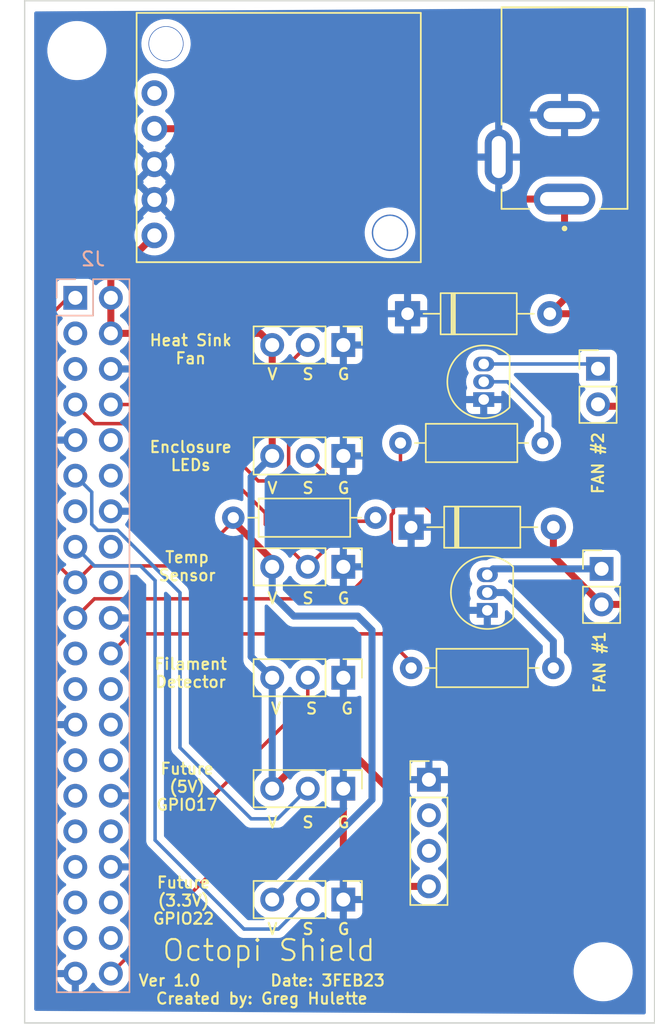
<source format=kicad_pcb>
(kicad_pcb (version 20211014) (generator pcbnew)
  (layers (0 "F.Cu" signal) (31 "B.Cu" signal) (34 "B.Paste" user) (35 "F.Paste" user) (36 "B.SilkS" user "B.Silkscreen") (37 "F.SilkS" user "F.Silkscreen") (38 "B.Mask" user) (39 "F.Mask" user) (44 "Edge.Cuts" user))
  (net 0 "")
  (net 1 "12V")
  (net 2 "3.3V")
  (net 3 "GND")
  (net 26 "Sensor_Data")
  (net 27 "5V")
  (net 28 "Filament_Detector")
  (net 29 "LED_Data")
  (net 30 "GPIO_17")
  (net 31 "GPIO_22")
  (net 32 "Net-(Q1-Pad2)")
  (net 33 "Fan_Control")
  (net 35 "Heat_Sink")
  (net 36 "Net-(Q2-Pad2)")
  (net 37 "Net-(J8-Pad1)")
  (net 38 "Net-(J10-Pad1)")
  (footprint "Package_TO_SOT_THT:TO-92_Inline" (layer "F.Cu") (at 155.046 75.536 90)
    (fp_text reference "Q1" hide)
    (fp_text value "S8050")
    (fp_line (start -0.53 1.85) (end 3.07 1.85) (layer "F.SilkS") (width 0.12))
    (fp_arc (start -0.568478 1.838478) (mid -1.132087 -0.994977) (end 1.27 -2.6) (layer "F.SilkS") (width 0.12))
    (fp_arc (start 1.27 -2.6) (mid 3.672087 -0.994977) (end 3.108478 1.838478) (layer "F.SilkS") (width 0.12))
    (pad "1" thru_hole rect locked (at 0 0 90) (size 1.05 1.5) (drill 0.75) (layers *.Cu *.Mask) (net 3 "GND"))
    (pad "2" thru_hole oval locked (at 1.27 0 90) (size 1.05 1.5) (drill 0.75) (layers *.Cu *.Mask) (net 32 "Net-(Q1-Pad2)"))
    (pad "3" thru_hole oval locked (at 2.54 0 90) (size 1.05 1.5) (drill 0.75) (layers *.Cu *.Mask) (net 37 "Net-(J8-Pad1)"))
  )
  (footprint "Pololu:VoltageREG_2851" (layer "F.Cu") (at 140.148 41.772)
    (fp_text reference "U1" hide)
    (fp_text value "D24V550F5_Step_Down_Regulator" hide)
    (fp_line (start -10.15 8.9) (end -10.15 -8.9) (layer "F.SilkS") (width 0.127))
    (fp_line (start 10.15 8.9) (end -10.15 8.9) (layer "F.SilkS") (width 0.127))
    (fp_line (start 10.15 -8.9) (end 10.15 8.9) (layer "F.SilkS") (width 0.127))
    (fp_line (start -10.15 -8.9) (end 10.15 -8.9) (layer "F.SilkS") (width 0.127))
    (pad "0" thru_hole circle (at -8.88 -3.17) (size 1.836 1.836) (drill 1.02) (layers *.Cu *.Mask))
    (pad "1" thru_hole circle (at -8.88 -0.63) (size 1.836 1.836) (drill 1.02) (layers *.Cu *.Mask) (net 1 "12V"))
    (pad "2" thru_hole circle (at -8.88 1.91) (size 1.836 1.836) (drill 1.02) (layers *.Cu *.Mask) (net 3 "GND"))
    (pad "4" thru_hole circle (at -8.88 4.45) (size 1.836 1.836) (drill 1.02) (layers *.Cu *.Mask) (net 3 "GND"))
    (pad "5" thru_hole circle (at -8.88 6.99) (size 1.836 1.836) (drill 1.02) (layers *.Cu *.Mask) (net 27 "5V"))
    (pad "P1" thru_hole circle (at -8.05 -6.7) (size 2.5 2.5) (drill 2.4) (layers *.Cu *.Mask))
    (pad "P2" thru_hole circle (at 7.95 6.8) (size 2.6 2.6) (drill 2.4) (layers *.Cu *.Mask))
  )
  (footprint "Package_TO_SOT_THT:TO-92_Inline" (layer "F.Cu") (at 154.792 60.484 90)
    (fp_text reference "Q2" hide)
    (fp_text value "S8050")
    (fp_line (start -0.53 1.85) (end 3.07 1.85) (layer "F.SilkS") (width 0.12))
    (fp_arc (start 1.27 -2.6) (mid 3.672087 -0.994977) (end 3.108478 1.838478) (layer "F.SilkS") (width 0.12))
    (fp_arc (start -0.568478 1.838478) (mid -1.132087 -0.994977) (end 1.27 -2.6) (layer "F.SilkS") (width 0.12))
    (pad "1" thru_hole rect locked (at 0 0 90) (size 1.05 1.5) (drill 0.75) (layers *.Cu *.Mask) (net 3 "GND"))
    (pad "2" thru_hole oval locked (at 1.27 0 90) (size 1.05 1.5) (drill 0.75) (layers *.Cu *.Mask) (net 36 "Net-(Q2-Pad2)"))
    (pad "3" thru_hole oval locked (at 2.54 0 90) (size 1.05 1.5) (drill 0.75) (layers *.Cu *.Mask) (net 38 "Net-(J10-Pad1)"))
  )
  (footprint "Connector_PinHeader_2.54mm:PinHeader_1x03_P2.54mm_Vertical" (layer "F.Cu") (at 144.763 80.3492 -90)
    (fp_text reference "J4" hide)
    (fp_text value "Filament Detector")
    (fp_line (start -1.33 0) (end -1.33 -1.33) (layer "F.SilkS") (width 0.12))
    (fp_line (start 1.33 1.27) (end 1.33 6.41) (layer "F.SilkS") (width 0.12))
    (fp_line (start -1.33 1.27) (end -1.33 6.41) (layer "F.SilkS") (width 0.12))
    (fp_line (start -1.33 1.27) (end 1.33 1.27) (layer "F.SilkS") (width 0.12))
    (fp_line (start -1.33 6.41) (end 1.33 6.41) (layer "F.SilkS") (width 0.12))
    (fp_line (start -1.33 -1.33) (end 0 -1.33) (layer "F.SilkS") (width 0.12))
    (pad "1" thru_hole rect locked (at 0 0 270) (size 1.7 1.7) (drill 1) (layers *.Cu *.Mask) (net 3 "GND"))
    (pad "2" thru_hole oval locked (at 0 2.54 270) (size 1.7 1.7) (drill 1) (layers *.Cu *.Mask) (net 28 "Filament_Detector"))
    (pad "3" thru_hole oval locked (at 0 5.08 270) (size 1.7 1.7) (drill 1) (layers *.Cu *.Mask) (net 27 "5V"))
  )
  (footprint "Connector_PinHeader_2.54mm:PinHeader_1x03_P2.54mm_Vertical" (layer "F.Cu") (at 144.763 72.4288 -90)
    (fp_text reference "J3" hide)
    (fp_text value "Temp Sensor")
    (fp_line (start 1.33 1.27) (end 1.33 6.41) (layer "F.SilkS") (width 0.12))
    (fp_line (start -1.33 1.27) (end 1.33 1.27) (layer "F.SilkS") (width 0.12))
    (fp_line (start -1.33 6.41) (end 1.33 6.41) (layer "F.SilkS") (width 0.12))
    (fp_line (start -1.33 -1.33) (end 0 -1.33) (layer "F.SilkS") (width 0.12))
    (fp_line (start -1.33 0) (end -1.33 -1.33) (layer "F.SilkS") (width 0.12))
    (fp_line (start -1.33 1.27) (end -1.33 6.41) (layer "F.SilkS") (width 0.12))
    (pad "1" thru_hole rect locked (at 0 0 270) (size 1.7 1.7) (drill 1) (layers *.Cu *.Mask) (net 3 "GND"))
    (pad "2" thru_hole oval locked (at 0 2.54 270) (size 1.7 1.7) (drill 1) (layers *.Cu *.Mask) (net 26 "Sensor_Data"))
    (pad "3" thru_hole oval locked (at 0 5.08 270) (size 1.7 1.7) (drill 1) (layers *.Cu *.Mask) (net 2 "3.3V"))
  )
  (footprint "Resistor_THT:R_Axial_DIN0207_L6.3mm_D2.5mm_P10.16mm_Horizontal" (layer "F.Cu") (at 147.064 68.92 180)
    (fp_text reference "R1" hide)
    (fp_text value "4.7K")
    (fp_line (start 8.35 -1.37) (end 1.81 -1.37) (layer "F.SilkS") (width 0.12))
    (fp_line (start 1.81 -1.37) (end 1.81 1.37) (layer "F.SilkS") (width 0.12))
    (fp_line (start 1.04 0) (end 1.81 0) (layer "F.SilkS") (width 0.12))
    (fp_line (start 9.12 0) (end 8.35 0) (layer "F.SilkS") (width 0.12))
    (fp_line (start 1.81 1.37) (end 8.35 1.37) (layer "F.SilkS") (width 0.12))
    (fp_line (start 8.35 1.37) (end 8.35 -1.37) (layer "F.SilkS") (width 0.12))
    (pad "1" thru_hole circle locked (at 0 0 180) (size 1.6 1.6) (drill 0.8) (layers *.Cu *.Mask) (net 26 "Sensor_Data"))
    (pad "2" thru_hole oval locked (at 10.16 0 180) (size 1.6 1.6) (drill 0.8) (layers *.Cu *.Mask) (net 2 "3.3V"))
  )
  (footprint "Connector_PinHeader_2.54mm:PinHeader_1x03_P2.54mm_Vertical" (layer "F.Cu") (at 144.763 88.2696 -90)
    (fp_text reference "J6" hide)
    (fp_text value "Future_5V")
    (fp_line (start -1.33 6.41) (end 1.33 6.41) (layer "F.SilkS") (width 0.12))
    (fp_line (start -1.33 1.27) (end 1.33 1.27) (layer "F.SilkS") (width 0.12))
    (fp_line (start 1.33 1.27) (end 1.33 6.41) (layer "F.SilkS") (width 0.12))
    (fp_line (start -1.33 1.27) (end -1.33 6.41) (layer "F.SilkS") (width 0.12))
    (fp_line (start -1.33 -1.33) (end 0 -1.33) (layer "F.SilkS") (width 0.12))
    (fp_line (start -1.33 0) (end -1.33 -1.33) (layer "F.SilkS") (width 0.12))
    (pad "1" thru_hole rect locked (at 0 0 270) (size 1.7 1.7) (drill 1) (layers *.Cu *.Mask) (net 3 "GND"))
    (pad "2" thru_hole oval locked (at 0 2.54 270) (size 1.7 1.7) (drill 1) (layers *.Cu *.Mask) (net 30 "GPIO_17"))
    (pad "3" thru_hole oval locked (at 0 5.08 270) (size 1.7 1.7) (drill 1) (layers *.Cu *.Mask) (net 27 "5V"))
  )
  (footprint "MountingHole:MountingHole_3.2mm_M3" (layer "F.Cu") (at 125.73 35.56)
    (fp_text reference "REF**" hide)
    (fp_text value "MountingHole_3.2mm_M3" hide)
    (pad "" np_thru_hole circle locked (at 0 0) (size 3.2 3.2) (drill 3.2) (layers *.Cu *.Mask))
  )
  (footprint "Diode_THT:D_A-405_P10.16mm_Horizontal" (layer "F.Cu") (at 149.352 54.356)
    (fp_text reference "D2" hide)
    (fp_text value "DIODE")
    (fp_line (start 3.14 -1.47) (end 3.14 1.47) (layer "F.SilkS") (width 0.12))
    (fp_line (start 1.14 0) (end 2.36 0) (layer "F.SilkS") (width 0.12))
    (fp_line (start 9.02 0) (end 7.8 0) (layer "F.SilkS") (width 0.12))
    (fp_line (start 3.38 -1.47) (end 3.38 1.47) (layer "F.SilkS") (width 0.12))
    (fp_line (start 2.36 1.47) (end 7.8 1.47) (layer "F.SilkS") (width 0.12))
    (fp_line (start 7.8 1.47) (end 7.8 -1.47) (layer "F.SilkS") (width 0.12))
    (fp_line (start 7.8 -1.47) (end 2.36 -1.47) (layer "F.SilkS") (width 0.12))
    (fp_line (start 3.26 -1.47) (end 3.26 1.47) (layer "F.SilkS") (width 0.12))
    (fp_line (start 2.36 -1.47) (end 2.36 1.47) (layer "F.SilkS") (width 0.12))
    (pad "1" thru_hole rect locked (at 0 0) (size 1.8 1.8) (drill 0.9) (layers *.Cu *.Mask) (net 3 "GND"))
    (pad "2" thru_hole oval locked (at 10.16 0) (size 1.8 1.8) (drill 0.9) (layers *.Cu *.Mask) (net 1 "12V"))
  )
  (footprint "Diode_THT:D_A-405_P10.16mm_Horizontal" (layer "F.Cu") (at 149.606 69.596)
    (fp_text reference "D1" hide)
    (fp_text value "DIODE" hide)
    (fp_line (start 3.26 -1.47) (end 3.26 1.47) (layer "F.SilkS") (width 0.12))
    (fp_line (start 2.36 -1.47) (end 2.36 1.47) (layer "F.SilkS") (width 0.12))
    (fp_line (start 7.8 -1.47) (end 2.36 -1.47) (layer "F.SilkS") (width 0.12))
    (fp_line (start 9.02 0) (end 7.8 0) (layer "F.SilkS") (width 0.12))
    (fp_line (start 2.36 1.47) (end 7.8 1.47) (layer "F.SilkS") (width 0.12))
    (fp_line (start 7.8 1.47) (end 7.8 -1.47) (layer "F.SilkS") (width 0.12))
    (fp_line (start 3.14 -1.47) (end 3.14 1.47) (layer "F.SilkS") (width 0.12))
    (fp_line (start 1.14 0) (end 2.36 0) (layer "F.SilkS") (width 0.12))
    (fp_line (start 3.38 -1.47) (end 3.38 1.47) (layer "F.SilkS") (width 0.12))
    (pad "1" thru_hole rect locked (at 0 0) (size 1.8 1.8) (drill 0.9) (layers *.Cu *.Mask) (net 3 "GND"))
    (pad "2" thru_hole oval locked (at 10.16 0) (size 1.8 1.8) (drill 0.9) (layers *.Cu *.Mask) (net 1 "12V"))
  )
  (footprint "MountingHole:MountingHole_3.2mm_M3" (layer "F.Cu") (at 163.322 101.346)
    (fp_text reference "REF**" hide)
    (fp_text value "MountingHole_3.2mm_M3" hide)
    (pad "" np_thru_hole circle locked (at 0 0) (size 3.2 3.2) (drill 3.2) (layers *.Cu *.Mask))
  )
  (footprint "Connector_PinHeader_2.54mm:PinHeader_1x03_P2.54mm_Vertical" (layer "F.Cu") (at 144.763 64.5084 -90)
    (fp_text reference "J5" hide)
    (fp_text value "Lights")
    (fp_line (start -1.33 -1.33) (end 0 -1.33) (layer "F.SilkS") (width 0.12))
    (fp_line (start -1.33 1.27) (end -1.33 6.41) (layer "F.SilkS") (width 0.12))
    (fp_line (start 1.33 1.27) (end 1.33 6.41) (layer "F.SilkS") (width 0.12))
    (fp_line (start -1.33 1.27) (end 1.33 1.27) (layer "F.SilkS") (width 0.12))
    (fp_line (start -1.33 0) (end -1.33 -1.33) (layer "F.SilkS") (width 0.12))
    (fp_line (start -1.33 6.41) (end 1.33 6.41) (layer "F.SilkS") (width 0.12))
    (pad "1" thru_hole rect locked (at 0 0 270) (size 1.7 1.7) (drill 1) (layers *.Cu *.Mask) (net 3 "GND"))
    (pad "2" thru_hole oval locked (at 0 2.54 270) (size 1.7 1.7) (drill 1) (layers *.Cu *.Mask) (net 29 "LED_Data"))
    (pad "3" thru_hole oval locked (at 0 5.08 270) (size 1.7 1.7) (drill 1) (layers *.Cu *.Mask) (net 27 "5V"))
  )
  (footprint "Custom:XKB_DC-005-5A-2.0" (layer "F.Cu") (at 160.564 40.166 -90)
    (fp_text reference "J1" hide)
    (fp_text value "DC-005-5A-2.0")
    (fp_line (start 0.68 4.5) (end -7.7 4.5) (layer "F.SilkS") (width 0.127))
    (fp_line (start -7.7 -4.5) (end 6.7 -4.5) (layer "F.SilkS") (width 0.127))
    (fp_line (start -7.7 4.5) (end -7.7 -4.5) (layer "F.SilkS") (width 0.127))
    (fp_line (start 6.7 4.5) (end 5.32 4.5) (layer "F.SilkS") (width 0.127))
    (fp_line (start 6.7 -4.5) (end 6.7 -2.52) (layer "F.SilkS") (width 0.127))
    (fp_line (start 6.7 4.5) (end 6.7 2.52) (layer "F.SilkS") (width 0.127))
    (fp_circle (center 8.1 0) (end 8.2 0) (layer "F.SilkS") (width 0.2) (fill none))
    (pad "1" thru_hole oval (at 6 0 270) (size 2.2 4.4) (drill oval 1 3.5) (layers *.Cu *.Mask) (net 1 "12V"))
    (pad "2" thru_hole oval (at 0 0 270) (size 2 4) (drill oval 1 3) (layers *.Cu *.Mask) (net 3 "GND"))
    (pad "3" thru_hole oval (at 3 4.7 270) (size 4 2) (drill oval 3 1) (layers *.Cu *.Mask) (net 3 "GND"))
  )
  (footprint "Resistor_THT:R_Axial_DIN0207_L6.3mm_D2.5mm_P10.16mm_Horizontal" (layer "F.Cu") (at 148.844 63.586)
    (fp_text reference "R3" hide)
    (fp_text value "4.7K")
    (fp_line (start 1.81 -1.37) (end 1.81 1.37) (layer "F.SilkS") (width 0.12))
    (fp_line (start 8.35 -1.37) (end 1.81 -1.37) (layer "F.SilkS") (width 0.12))
    (fp_line (start 9.12 0) (end 8.35 0) (layer "F.SilkS") (width 0.12))
    (fp_line (start 1.81 1.37) (end 8.35 1.37) (layer "F.SilkS") (width 0.12))
    (fp_line (start 8.35 1.37) (end 8.35 -1.37) (layer "F.SilkS") (width 0.12))
    (fp_line (start 1.04 0) (end 1.81 0) (layer "F.SilkS") (width 0.12))
    (pad "1" thru_hole circle locked (at 0 0) (size 1.6 1.6) (drill 0.8) (layers *.Cu *.Mask) (net 33 "Fan_Control"))
    (pad "2" thru_hole oval locked (at 10.16 0) (size 1.6 1.6) (drill 0.8) (layers *.Cu *.Mask) (net 36 "Net-(Q2-Pad2)"))
  )
  (footprint "Connector_PinHeader_2.54mm:PinHeader_1x04_P2.54mm_Vertical" (layer "F.Cu") (at 150.876 87.63)
    (fp_text reference "J11" hide)
    (fp_text value "USB Header 1")
    (fp_line (start -1.33 8.95) (end 1.33 8.95) (layer "F.SilkS") (width 0.12))
    (fp_line (start -1.33 -1.33) (end 0 -1.33) (layer "F.SilkS") (width 0.12))
    (fp_line (start 1.33 1.27) (end 1.33 8.95) (layer "F.SilkS") (width 0.12))
    (fp_line (start -1.33 1.27) (end -1.33 8.95) (layer "F.SilkS") (width 0.12))
    (fp_line (start -1.33 0) (end -1.33 -1.33) (layer "F.SilkS") (width 0.12))
    (fp_line (start -1.33 1.27) (end 1.33 1.27) (layer "F.SilkS") (width 0.12))
    (pad "1" thru_hole rect locked (at 0 0) (size 1.7 1.7) (drill 1) (layers *.Cu *.Mask) (net 3 "GND"))
    (pad "2" thru_hole oval locked (at 0 2.54) (size 1.7 1.7) (drill 1) (layers *.Cu *.Mask))
    (pad "3" thru_hole oval locked (at 0 5.08) (size 1.7 1.7) (drill 1) (layers *.Cu *.Mask))
    (pad "4" thru_hole oval locked (at 0 7.62) (size 1.7 1.7) (drill 1) (layers *.Cu *.Mask) (net 27 "5V"))
  )
  (footprint "Connector_PinHeader_2.54mm:PinHeader_1x02_P2.54mm_Vertical" (layer "F.Cu") (at 162.956 58.284)
    (fp_text reference "J10" hide)
    (fp_text value "Fan2")
    (fp_line (start -1.33 -1.33) (end 0 -1.33) (layer "F.SilkS") (width 0.12))
    (fp_line (start -1.33 1.27) (end -1.33 3.87) (layer "F.SilkS") (width 0.12))
    (fp_line (start 1.33 1.27) (end 1.33 3.87) (layer "F.SilkS") (width 0.12))
    (fp_line (start -1.33 1.27) (end 1.33 1.27) (layer "F.SilkS") (width 0.12))
    (fp_line (start -1.33 3.87) (end 1.33 3.87) (layer "F.SilkS") (width 0.12))
    (fp_line (start -1.33 0) (end -1.33 -1.33) (layer "F.SilkS") (width 0.12))
    (pad "1" thru_hole rect locked (at 0 0) (size 1.7 1.7) (drill 1) (layers *.Cu *.Mask) (net 38 "Net-(J10-Pad1)"))
    (pad "2" thru_hole oval locked (at 0 2.54) (size 1.7 1.7) (drill 1) (layers *.Cu *.Mask) (net 1 "12V"))
  )
  (footprint "Connector_PinHeader_2.54mm:PinHeader_1x03_P2.54mm_Vertical" (layer "F.Cu") (at 144.763 96.19 -90)
    (fp_text reference "J7" hide)
    (fp_text value "Future_3.3V")
    (fp_line (start -1.33 -1.33) (end 0 -1.33) (layer "F.SilkS") (width 0.12))
    (fp_line (start 1.33 1.27) (end 1.33 6.41) (layer "F.SilkS") (width 0.12))
    (fp_line (start -1.33 6.41) (end 1.33 6.41) (layer "F.SilkS") (width 0.12))
    (fp_line (start -1.33 1.27) (end -1.33 6.41) (layer "F.SilkS") (width 0.12))
    (fp_line (start -1.33 0) (end -1.33 -1.33) (layer "F.SilkS") (width 0.12))
    (fp_line (start -1.33 1.27) (end 1.33 1.27) (layer "F.SilkS") (width 0.12))
    (pad "1" thru_hole rect locked (at 0 0 270) (size 1.7 1.7) (drill 1) (layers *.Cu *.Mask) (net 3 "GND"))
    (pad "2" thru_hole oval locked (at 0 2.54 270) (size 1.7 1.7) (drill 1) (layers *.Cu *.Mask) (net 31 "GPIO_22"))
    (pad "3" thru_hole oval locked (at 0 5.08 270) (size 1.7 1.7) (drill 1) (layers *.Cu *.Mask) (net 2 "3.3V"))
  )
  (footprint "Connector_PinHeader_2.54mm:PinHeader_1x02_P2.54mm_Vertical" (layer "F.Cu") (at 163.21 72.574)
    (fp_text reference "J8" hide)
    (fp_text value "Fan1")
    (fp_line (start -1.33 3.87) (end 1.33 3.87) (layer "F.SilkS") (width 0.12))
    (fp_line (start -1.33 0) (end -1.33 -1.33) (layer "F.SilkS") (width 0.12))
    (fp_line (start -1.33 -1.33) (end 0 -1.33) (layer "F.SilkS") (width 0.12))
    (fp_line (start -1.33 1.27) (end 1.33 1.27) (layer "F.SilkS") (width 0.12))
    (fp_line (start -1.33 1.27) (end -1.33 3.87) (layer "F.SilkS") (width 0.12))
    (fp_line (start 1.33 1.27) (end 1.33 3.87) (layer "F.SilkS") (width 0.12))
    (pad "1" thru_hole rect locked (at 0 0) (size 1.7 1.7) (drill 1) (layers *.Cu *.Mask) (net 37 "Net-(J8-Pad1)"))
    (pad "2" thru_hole oval locked (at 0 2.54) (size 1.7 1.7) (drill 1) (layers *.Cu *.Mask) (net 1 "12V"))
  )
  (footprint "Resistor_THT:R_Axial_DIN0207_L6.3mm_D2.5mm_P10.16mm_Horizontal" (layer "F.Cu") (at 149.606 79.654)
    (fp_text reference "R2" hide)
    (fp_text value "4.7K")
    (fp_line (start 8.35 1.37) (end 8.35 -1.37) (layer "F.SilkS") (width 0.12))
    (fp_line (start 8.35 -1.37) (end 1.81 -1.37) (layer "F.SilkS") (width 0.12))
    (fp_line (start 1.04 0) (end 1.81 0) (layer "F.SilkS") (width 0.12))
    (fp_line (start 9.12 0) (end 8.35 0) (layer "F.SilkS") (width 0.12))
    (fp_line (start 1.81 -1.37) (end 1.81 1.37) (layer "F.SilkS") (width 0.12))
    (fp_line (start 1.81 1.37) (end 8.35 1.37) (layer "F.SilkS") (width 0.12))
    (pad "1" thru_hole circle locked (at 0 0) (size 1.6 1.6) (drill 0.8) (layers *.Cu *.Mask) (net 33 "Fan_Control"))
    (pad "2" thru_hole oval locked (at 10.16 0) (size 1.6 1.6) (drill 0.8) (layers *.Cu *.Mask) (net 32 "Net-(Q1-Pad2)"))
  )
  (footprint "Connector_PinHeader_2.54mm:PinHeader_1x03_P2.54mm_Vertical" (layer "F.Cu") (at 144.763 56.588 -90)
    (fp_text reference "J9" hide)
    (fp_text value "Heat Sink Fan")
    (fp_line (start -1.33 -1.33) (end 0 -1.33) (layer "F.SilkS") (width 0.12))
    (fp_line (start -1.33 6.41) (end 1.33 6.41) (layer "F.SilkS") (width 0.12))
    (fp_line (start -1.33 0) (end -1.33 -1.33) (layer "F.SilkS") (width 0.12))
    (fp_line (start -1.33 1.27) (end -1.33 6.41) (layer "F.SilkS") (width 0.12))
    (fp_line (start 1.33 1.27) (end 1.33 6.41) (layer "F.SilkS") (width 0.12))
    (fp_line (start -1.33 1.27) (end 1.33 1.27) (layer "F.SilkS") (width 0.12))
    (pad "1" thru_hole rect locked (at 0 0 270) (size 1.7 1.7) (drill 1) (layers *.Cu *.Mask) (net 3 "GND"))
    (pad "2" thru_hole oval locked (at 0 2.54 270) (size 1.7 1.7) (drill 1) (layers *.Cu *.Mask) (net 35 "Heat_Sink"))
    (pad "3" thru_hole oval locked (at 0 5.08 270) (size 1.7 1.7) (drill 1) (layers *.Cu *.Mask) (net 27 "5V"))
  )
  (footprint "Connector_PinSocket_2.54mm:PinSocket_2x20_P2.54mm_Vertical" (layer "B.Cu") (at 125.618 53.218 180)
    (fp_text reference "J2" (at -1.27 2.77) (layer "B.SilkS") (effects (justify mirror)))
    (fp_text value "Raspberry_Pi_2_3")
    (fp_line (start 1.33 -1.27) (end 1.33 -49.59) (layer "B.SilkS") (width 0.12))
    (fp_line (start -1.27 1.33) (end -1.27 -1.27) (layer "B.SilkS") (width 0.12))
    (fp_line (start -3.87 1.33) (end -1.27 1.33) (layer "B.SilkS") (width 0.12))
    (fp_line (start 0 1.33) (end 1.33 1.33) (layer "B.SilkS") (width 0.12))
    (fp_line (start -1.27 -1.27) (end 1.33 -1.27) (layer "B.SilkS") (width 0.12))
    (fp_line (start 1.33 1.33) (end 1.33 0) (layer "B.SilkS") (width 0.12))
    (fp_line (start -3.87 1.33) (end -3.87 -49.59) (layer "B.SilkS") (width 0.12))
    (fp_line (start -3.87 -49.59) (end 1.33 -49.59) (layer "B.SilkS") (width 0.12))
    (pad "1" thru_hole rect locked (at 0 0 180) (size 1.7 1.7) (drill 1) (layers *.Cu *.Mask) (net 2 "3.3V"))
    (pad "2" thru_hole oval locked (at -2.54 0 180) (size 1.7 1.7) (drill 1) (layers *.Cu *.Mask) (net 27 "5V"))
    (pad "3" thru_hole oval locked (at 0 -2.54 180) (size 1.7 1.7) (drill 1) (layers *.Cu *.Mask))
    (pad "4" thru_hole oval locked (at -2.54 -2.54 180) (size 1.7 1.7) (drill 1) (layers *.Cu *.Mask) (net 27 "5V"))
    (pad "5" thru_hole oval locked (at 0 -5.08 180) (size 1.7 1.7) (drill 1) (layers *.Cu *.Mask))
    (pad "6" thru_hole oval locked (at -2.54 -5.08 180) (size 1.7 1.7) (drill 1) (layers *.Cu *.Mask) (net 3 "GND"))
    (pad "7" thru_hole oval locked (at 0 -7.62 180) (size 1.7 1.7) (drill 1) (layers *.Cu *.Mask) (net 26 "Sensor_Data"))
    (pad "8" thru_hole oval locked (at -2.54 -7.62 180) (size 1.7 1.7) (drill 1) (layers *.Cu *.Mask) (net 35 "Heat_Sink"))
    (pad "9" thru_hole oval locked (at 0 -10.16 180) (size 1.7 1.7) (drill 1) (layers *.Cu *.Mask) (net 3 "GND"))
    (pad "10" thru_hole oval locked (at -2.54 -10.16 180) (size 1.7 1.7) (drill 1) (layers *.Cu *.Mask))
    (pad "11" thru_hole oval locked (at 0 -12.7 180) (size 1.7 1.7) (drill 1) (layers *.Cu *.Mask) (net 30 "GPIO_17"))
    (pad "12" thru_hole oval locked (at -2.54 -12.7 180) (size 1.7 1.7) (drill 1) (layers *.Cu *.Mask))
    (pad "13" thru_hole oval locked (at 0 -15.24 180) (size 1.7 1.7) (drill 1) (layers *.Cu *.Mask))
    (pad "14" thru_hole oval locked (at -2.54 -15.24 180) (size 1.7 1.7) (drill 1) (layers *.Cu *.Mask) (net 3 "GND"))
    (pad "15" thru_hole oval locked (at 0 -17.78 180) (size 1.7 1.7) (drill 1) (layers *.Cu *.Mask) (net 31 "GPIO_22"))
    (pad "16" thru_hole oval locked (at -2.54 -17.78 180) (size 1.7 1.7) (drill 1) (layers *.Cu *.Mask))
    (pad "17" thru_hole oval locked (at 0 -20.32 180) (size 1.7 1.7) (drill 1) (layers *.Cu *.Mask) (net 2 "3.3V"))
    (pad "18" thru_hole oval locked (at -2.54 -20.32 180) (size 1.7 1.7) (drill 1) (layers *.Cu *.Mask))
    (pad "19" thru_hole oval locked (at 0 -22.86 180) (size 1.7 1.7) (drill 1) (layers *.Cu *.Mask) (net 29 "LED_Data"))
    (pad "20" thru_hole oval locked (at -2.54 -22.86 180) (size 1.7 1.7) (drill 1) (layers *.Cu *.Mask) (net 3 "GND"))
    (pad "21" thru_hole oval locked (at 0 -25.4 180) (size 1.7 1.7) (drill 1) (layers *.Cu *.Mask))
    (pad "22" thru_hole oval locked (at -2.54 -25.4 180) (size 1.7 1.7) (drill 1) (layers *.Cu *.Mask) (net 33 "Fan_Control"))
    (pad "23" thru_hole oval locked (at 0 -27.94 180) (size 1.7 1.7) (drill 1) (layers *.Cu *.Mask))
    (pad "24" thru_hole oval locked (at -2.54 -27.94 180) (size 1.7 1.7) (drill 1) (layers *.Cu *.Mask))
    (pad "25" thru_hole oval locked (at 0 -30.48 180) (size 1.7 1.7) (drill 1) (layers *.Cu *.Mask) (net 3 "GND"))
    (pad "26" thru_hole oval locked (at -2.54 -30.48 180) (size 1.7 1.7) (drill 1) (layers *.Cu *.Mask))
    (pad "27" thru_hole oval locked (at 0 -33.02 180) (size 1.7 1.7) (drill 1) (layers *.Cu *.Mask))
    (pad "28" thru_hole oval locked (at -2.54 -33.02 180) (size 1.7 1.7) (drill 1) (layers *.Cu *.Mask))
    (pad "29" thru_hole oval locked (at 0 -35.56 180) (size 1.7 1.7) (drill 1) (layers *.Cu *.Mask))
    (pad "30" thru_hole oval locked (at -2.54 -35.56 180) (size 1.7 1.7) (drill 1) (layers *.Cu *.Mask) (net 3 "GND"))
    (pad "31" thru_hole oval locked (at 0 -38.1 180) (size 1.7 1.7) (drill 1) (layers *.Cu *.Mask))
    (pad "32" thru_hole oval locked (at -2.54 -38.1 180) (size 1.7 1.7) (drill 1) (layers *.Cu *.Mask))
    (pad "33" thru_hole oval locked (at 0 -40.64 180) (size 1.7 1.7) (drill 1) (layers *.Cu *.Mask))
    (pad "34" thru_hole oval locked (at -2.54 -40.64 180) (size 1.7 1.7) (drill 1) (layers *.Cu *.Mask) (net 3 "GND"))
    (pad "35" thru_hole oval locked (at 0 -43.18 180) (size 1.7 1.7) (drill 1) (layers *.Cu *.Mask))
    (pad "36" thru_hole oval locked (at -2.54 -43.18 180) (size 1.7 1.7) (drill 1) (layers *.Cu *.Mask))
    (pad "37" thru_hole oval locked (at 0 -45.72 180) (size 1.7 1.7) (drill 1) (layers *.Cu *.Mask))
    (pad "38" thru_hole oval locked (at -2.54 -45.72 180) (size 1.7 1.7) (drill 1) (layers *.Cu *.Mask))
    (pad "39" thru_hole oval locked (at 0 -48.26 180) (size 1.7 1.7) (drill 1) (layers *.Cu *.Mask) (net 3 "GND"))
    (pad "40" thru_hole oval locked (at -2.54 -48.26 180) (size 1.7 1.7) (drill 1) (layers *.Cu *.Mask) (net 28 "Filament_Detector"))
  )
  (gr_line (start 167 105) (end 122 105) (layer "Edge.Cuts") (width 0.1))
  (gr_line (start 122 32) (end 167 32) (layer "Edge.Cuts") (width 0.1))
  (gr_line (start 167 32) (end 167 105) (layer "Edge.Cuts") (width 0.1))
  (gr_line (start 122 105) (end 122 32) (layer "Edge.Cuts") (width 0.1))
  (gr_text "G" (at 144.78 98.298) (layer "F.SilkS") (effects (font (size 0.8 0.8))))
  (gr_text "V" (at 139.7 98.298) (layer "F.SilkS") (effects (font (size 0.8 0.8))))
  (gr_text "FAN #2" (at 162.956 65.024 90) (layer "F.SilkS") (effects (font (size 0.8 0.8))))
  (gr_text "G" (at 144.78 90.678) (layer "F.SilkS") (effects (font (size 0.8 0.8))))
  (gr_text "S" (at 142.24 90.678) (layer "F.SilkS") (effects (font (size 0.8 0.8))))
  (gr_text "Future\n(3.3V)\nGPIO22" (at 133.35 96.266) (layer "F.SilkS") (effects (font (size 0.8 0.8))))
  (gr_text "V" (at 139.7 74.676) (layer "F.SilkS") (effects (font (size 0.8 0.8))))
  (gr_text "G" (at 145.034 82.55) (layer "F.SilkS") (effects (font (size 0.8 0.8))))
  (gr_text "V" (at 139.7 90.678) (layer "F.SilkS") (effects (font (size 0.8 0.8))))
  (gr_text "S" (at 142.24 66.802) (layer "F.SilkS") (effects (font (size 0.8 0.8))))
  (gr_text "G" (at 144.78 66.802) (layer "F.SilkS") (effects (font (size 0.8 0.8))))
  (gr_text "Heat Sink\nFan" (at 133.858 56.896) (layer "F.SilkS") (effects (font (size 0.8 0.8))))
  (gr_text "S" (at 142.24 98.298) (layer "F.SilkS") (effects (font (size 0.8 0.8))))
  (gr_text "V" (at 139.7 58.674) (layer "F.SilkS") (effects (font (size 0.8 0.8))))
  (gr_text "Octopi Shield\n" (at 139.446 99.822) (layer "F.SilkS") (effects (font (size 1.5 1.5))))
  (gr_text "Future\n(5V)\nGPIO17" (at 133.604 88.138) (layer "F.SilkS") (effects (font (size 0.8 0.8))))
  (gr_text "FAN #1" (at 163.068 79.248 90) (layer "F.SilkS") (effects (font (size 0.8 0.8))))
  (gr_text "G" (at 144.78 58.674) (layer "F.SilkS") (effects (font (size 0.8 0.8))))
  (gr_text "V" (at 139.7 66.802) (layer "F.SilkS") (effects (font (size 0.8 0.8))))
  (gr_text "S" (at 142.494 82.55) (layer "F.SilkS") (effects (font (size 0.8 0.8))))
  (gr_text "Temp\nSensor" (at 133.604 72.39) (layer "F.SilkS") (effects (font (size 0.8 0.8))))
  (gr_text "Ver 1.0		Date: 3FEB23\nCreated by: Greg Hulette" (at 138.938 102.616) (layer "F.SilkS") (effects (font (size 0.8 0.8))))
  (gr_text "Enclosure\nLEDs" (at 133.858 64.516) (layer "F.SilkS") (effects (font (size 0.8 0.8))))
  (gr_text "Filament\nDetector" (at 133.858 80.01) (layer "F.SilkS") (effects (font (size 0.8 0.8))))
  (gr_text "S" (at 142.24 74.676) (layer "F.SilkS") (effects (font (size 0.8 0.8))))
  (gr_text "G" (at 144.78 74.676) (layer "F.SilkS") (effects (font (size 0.8 0.8))))
  (gr_text "V" (at 139.954 82.55) (layer "F.SilkS") (effects (font (size 0.8 0.8))))
  (gr_text "S" (at 142.24 58.674) (layer "F.SilkS") (effects (font (size 0.8 0.8))))
  (segment (start 163.21 75.114) (end 159.766 71.67) (width 0.5) (layer "F.Cu") (net 1))
  (segment (start 165.862 73.914) (end 165.862 56.134) (width 0.5) (layer "F.Cu") (net 1))
  (segment (start 163.092 60.96) (end 162.956 60.824) (width 0.5) (layer "F.Cu") (net 1))
  (segment (start 164.846 60.96) (end 163.092 60.96) (width 0.5) (layer "F.Cu") (net 1))
  (segment (start 165.608 56.134) (end 165.608 60.198) (width 0.5) (layer "F.Cu") (net 1))
  (segment (start 159.766 71.67) (end 159.766 69.596) (width 0.5) (layer "F.Cu") (net 1))
  (segment (start 160.564 46.166) (end 144.464 46.166) (width 0.5) (layer "F.Cu") (net 1))
  (segment (start 163.21 75.114) (end 164.662 75.114) (width 0.5) (layer "F.Cu") (net 1))
  (segment (start 165.608 60.198) (end 164.846 60.96) (width 0.5) (layer "F.Cu") (net 1))
  (segment (start 164.662 75.114) (end 165.862 73.914) (width 0.5) (layer "F.Cu") (net 1))
  (segment (start 163.83 54.356) (end 165.608 56.134) (width 0.5) (layer "F.Cu") (net 1))
  (segment (start 160.564 46.166) (end 160.564 53.304) (width 0.5) (layer "F.Cu") (net 1))
  (segment (start 159.512 54.356) (end 163.83 54.356) (width 0.5) (layer "F.Cu") (net 1))
  (segment (start 144.464 46.166) (end 139.44 41.142) (width 0.5) (layer "F.Cu") (net 1))
  (segment (start 139.44 41.142) (end 131.268 41.142) (width 0.5) (layer "F.Cu") (net 1))
  (segment (start 160.564 53.304) (end 159.512 54.356) (width 0.5) (layer "F.Cu") (net 1))
  (segment (start 125.09 53.218) (end 123.444 54.864) (width 0.25) (layer "F.Cu") (net 2))
  (segment (start 136.904 69.174) (end 139.683 71.953) (width 0.5) (layer "F.Cu") (net 2))
  (segment (start 136.904 69.088) (end 136.904 69.174) (width 0.25) (layer "F.Cu") (net 2))
  (segment (start 136.904 69.174) (end 133.714511 72.363489) (width 0.25) (layer "F.Cu") (net 2))
  (segment (start 125.618 53.218) (end 125.09 53.218) (width 0.25) (layer "F.Cu") (net 2))
  (segment (start 139.683 71.953) (end 139.683 72.4288) (width 0.5) (layer "F.Cu") (net 2))
  (segment (start 123.444 54.864) (end 123.444 71.364) (width 0.25) (layer "F.Cu") (net 2))
  (segment (start 133.714511 72.363489) (end 126.792511 72.363489) (width 0.25) (layer "F.Cu") (net 2))
  (segment (start 126.792511 72.363489) (end 125.618 73.538) (width 0.25) (layer "F.Cu") (net 2))
  (segment (start 123.444 71.364) (end 125.618 73.538) (width 0.25) (layer "F.Cu") (net 2))
  (segment (start 146.812 76.962) (end 145.796 75.946) (width 0.5) (layer "B.Cu") (net 2))
  (segment (start 141.224 75.946) (end 139.683 74.405) (width 0.5) (layer "B.Cu") (net 2))
  (segment (start 146.812 89.061) (end 146.812 76.962) (width 0.5) (layer "B.Cu") (net 2))
  (segment (start 145.796 75.946) (end 141.224 75.946) (width 0.5) (layer "B.Cu") (net 2))
  (segment (start 139.683 96.19) (end 146.812 89.061) (width 0.5) (layer "B.Cu") (net 2))
  (segment (start 139.683 74.405) (end 139.683 72.4288) (width 0.5) (layer "B.Cu") (net 2))
  (segment (start 144.763 96.19) (end 144.763 88.2696) (width 0.5) (layer "F.Cu") (net 3))
  (segment (start 132.815489 62.203489) (end 139.192 68.58) (width 0.25) (layer "F.Cu") (net 26))
  (segment (start 139.192 68.58) (end 139.192 69.3978) (width 0.25) (layer "F.Cu") (net 26))
  (segment (start 125.618 60.838) (end 126.983489 62.203489) (width 0.25) (layer "F.Cu") (net 26))
  (segment (start 126.983489 62.203489) (end 132.815489 62.203489) (width 0.25) (layer "F.Cu") (net 26))
  (segment (start 139.192 69.3978) (end 142.223 72.4288) (width 0.25) (layer "F.Cu") (net 26))
  (segment (start 142.223 72.4288) (end 145.4778 69.174) (width 0.25) (layer "F.Cu") (net 26))
  (segment (start 145.4778 69.174) (end 147.064 69.174) (width 0.25) (layer "F.Cu") (net 26))
  (segment (start 139.683 88.2696) (end 142.8626 85.09) (width 0.5) (layer "F.Cu") (net 27))
  (segment (start 128.158 55.758) (end 128.158 53.218) (width 0.5) (layer "F.Cu") (net 27))
  (segment (start 142.8626 85.09) (end 144.78 85.09) (width 0.5) (layer "F.Cu") (net 27))
  (segment (start 144.78 85.09) (end 148.082 88.392) (width 0.5) (layer "F.Cu") (net 27))
  (segment (start 128.158 55.758) (end 138.853 55.758) (width 0.5) (layer "F.Cu") (net 27))
  (segment (start 128.158 51.872) (end 131.268 48.762) (width 0.5) (layer "F.Cu") (net 27))
  (segment (start 139.683 64.5084) (end 139.683 56.588) (width 0.5) (layer "F.Cu") (net 27))
  (segment (start 148.082 94.488) (end 148.844 95.25) (width 0.5) (layer "F.Cu") (net 27))
  (segment (start 148.844 95.25) (end 150.876 95.25) (width 0.5) (layer "F.Cu") (net 27))
  (segment (start 148.082 88.392) (end 148.082 94.488) (width 0.5) (layer "F.Cu") (net 27))
  (segment (start 138.853 55.758) (end 139.683 56.588) (width 0.5) (layer "F.Cu") (net 27))
  (segment (start 128.158 53.218) (end 128.158 51.872) (width 0.5) (layer "F.Cu") (net 27))
  (segment (start 139.683 64.5084) (end 138.176 66.0154) (width 0.5) (layer "B.Cu") (net 27))
  (segment (start 138.176 78.8422) (end 139.683 80.3492) (width 0.5) (layer "B.Cu") (net 27))
  (segment (start 139.683 80.3492) (end 139.683 88.2696) (width 0.5) (layer "B.Cu") (net 27))
  (segment (start 138.176 66.0154) (end 138.176 78.8422) (width 0.5) (layer "B.Cu") (net 27))
  (segment (start 142.223 82.025) (end 135.382 88.866) (width 0.25) (layer "F.Cu") (net 28))
  (segment (start 135.382 88.866) (end 135.382 94.254) (width 0.25) (layer "F.Cu") (net 28))
  (segment (start 142.223 80.3492) (end 142.223 82.025) (width 0.25) (layer "F.Cu") (net 28))
  (segment (start 135.382 94.254) (end 128.158 101.478) (width 0.25) (layer "F.Cu") (net 28))
  (segment (start 144.7706 67.056) (end 147.828 67.056) (width 0.25) (layer "F.Cu") (net 29))
  (segment (start 148.336 68.58) (end 148.188511 68.727489) (width 0.25) (layer "F.Cu") (net 29))
  (segment (start 144.828311 74.712511) (end 126.983489 74.712511) (width 0.25) (layer "F.Cu") (net 29))
  (segment (start 148.336 67.564) (end 148.336 68.58) (width 0.25) (layer "F.Cu") (net 29))
  (segment (start 142.223 64.5084) (end 144.7706 67.056) (width 0.25) (layer "F.Cu") (net 29))
  (segment (start 147.828 67.056) (end 148.336 67.564) (width 0.25) (layer "F.Cu") (net 29))
  (segment (start 148.188511 68.727489) (end 148.188511 71.352311) (width 0.25) (layer "F.Cu") (net 29))
  (segment (start 126.983489 74.712511) (end 125.618 76.078) (width 0.25) (layer "F.Cu") (net 29))
  (segment (start 148.188511 71.352311) (end 144.828311 74.712511) (width 0.25) (layer "F.Cu") (net 29))
  (segment (start 133.096 74.27499) (end 128.644499 69.823489) (width 0.25) (layer "B.Cu") (net 30))
  (segment (start 138.176 90.424) (end 133.096 85.344) (width 0.25) (layer "B.Cu") (net 30))
  (segment (start 126.792511 69.388511) (end 126.792511 67.092511) (width 0.25) (layer "B.Cu") (net 30))
  (segment (start 126.792511 67.092511) (end 125.618 65.918) (width 0.25) (layer "B.Cu") (net 30))
  (segment (start 140.0686 90.424) (end 138.176 90.424) (width 0.25) (layer "B.Cu") (net 30))
  (segment (start 133.096 85.344) (end 133.096 74.27499) (width 0.25) (layer "B.Cu") (net 30))
  (segment (start 128.644499 69.823489) (end 127.227489 69.823489) (width 0.25) (layer "B.Cu") (net 30))
  (segment (start 127.227489 69.823489) (end 126.792511 69.388511) (width 0.25) (layer "B.Cu") (net 30))
  (segment (start 142.223 88.2696) (end 140.0686 90.424) (width 0.25) (layer "B.Cu") (net 30))
  (segment (start 130.275489 72.363489) (end 126.983489 72.363489) (width 0.25) (layer "B.Cu") (net 31))
  (segment (start 131.318 91.948) (end 131.318 73.406) (width 0.25) (layer "B.Cu") (net 31))
  (segment (start 131.318 73.406) (end 130.275489 72.363489) (width 0.25) (layer "B.Cu") (net 31))
  (segment (start 140.115 98.298) (end 137.668 98.298) (width 0.25) (layer "B.Cu") (net 31))
  (segment (start 142.223 96.19) (end 140.115 98.298) (width 0.25) (layer "B.Cu") (net 31))
  (segment (start 137.668 98.298) (end 131.318 91.948) (width 0.25) (layer "B.Cu") (net 31))
  (segment (start 126.983489 72.363489) (end 125.618 70.998) (width 0.25) (layer "B.Cu") (net 31))
  (segment (start 159.766 77.736) (end 159.766 79.654) (width 0.5) (layer "B.Cu") (net 32))
  (segment (start 155.046 74.266) (end 156.296 74.266) (width 0.5) (layer "B.Cu") (net 32))
  (segment (start 156.296 74.266) (end 159.766 77.736) (width 0.5) (layer "B.Cu") (net 32))
  (segment (start 148.844 66.294) (end 148.844 63.586) (width 0.25) (layer "F.Cu") (net 33))
  (segment (start 149.606 79.248) (end 149.606 79.654) (width 0.25) (layer "F.Cu") (net 33))
  (segment (start 151.892 69.342) (end 148.844 66.294) (width 0.25) (layer "F.Cu") (net 33))
  (segment (start 129.56 77.216) (end 147.574 77.216) (width 0.25) (layer "F.Cu") (net 33))
  (segment (start 147.574 77.216) (end 151.892 72.898) (width 0.25) (layer "F.Cu") (net 33))
  (segment (start 151.892 72.898) (end 151.892 69.342) (width 0.25) (layer "F.Cu") (net 33))
  (segment (start 147.574 77.216) (end 149.606 79.248) (width 0.25) (layer "F.Cu") (net 33))
  (segment (start 128.158 78.618) (end 129.56 77.216) (width 0.25) (layer "F.Cu") (net 33))
  (segment (start 140.857511 57.953489) (end 140.857511 65.390489) (width 0.25) (layer "F.Cu") (net 35))
  (segment (start 133.228 60.838) (end 128.158 60.838) (width 0.25) (layer "F.Cu") (net 35))
  (segment (start 140.857511 65.390489) (end 139.954 66.294) (width 0.25) (layer "F.Cu") (net 35))
  (segment (start 139.954 66.294) (end 138.684 66.294) (width 0.25) (layer "F.Cu") (net 35))
  (segment (start 138.684 66.294) (end 133.228 60.838) (width 0.25) (layer "F.Cu") (net 35))
  (segment (start 142.223 56.588) (end 140.857511 57.953489) (width 0.25) (layer "F.Cu") (net 35))
  (segment (start 154.792 59.214) (end 156.496 59.214) (width 0.25) (layer "B.Cu") (net 36))
  (segment (start 159.004 61.722) (end 159.004 63.586) (width 0.25) (layer "B.Cu") (net 36))
  (segment (start 156.496 59.214) (end 159.004 61.722) (width 0.25) (layer "B.Cu") (net 36))
  (segment (start 163.21 72.574) (end 155.468 72.574) (width 0.5) (layer "B.Cu") (net 37))
  (segment (start 155.468 72.574) (end 155.046 72.996) (width 0.5) (layer "B.Cu") (net 37))
  (segment (start 162.616 57.944) (end 162.956 58.284) (width 0.25) (layer "B.Cu") (net 38))
  (segment (start 154.792 57.944) (end 162.616 57.944) (width 0.25) (layer "B.Cu") (net 38))
  (zone (net 3) (net_name "GND") (layer "B.Cu") (connect_pads (clearance 0.508)) (min_thickness 0.254) (fill yes (thermal_gap 0.508) (thermal_bridge_width 0.508))
    (polygon (pts (xy 166.37 104.394) (xy 122.682 104.14) (xy 122.682 32.766) (xy 166.37 32.512)))
  )
)
</source>
